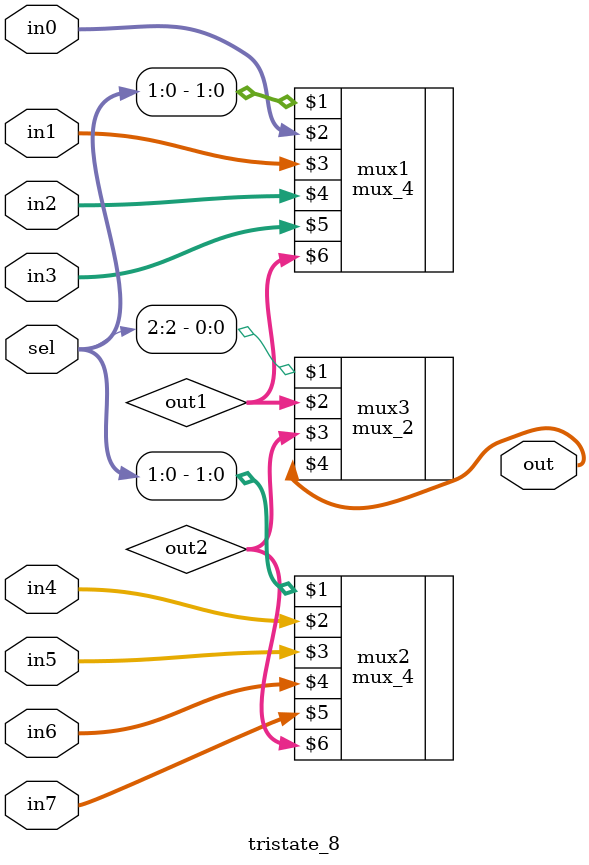
<source format=v>
module tristate_8(sel, in0, in1, in2, in3, in4, in5, in6, in7, out);
	input [2:0] sel;
	input [31:0] in0, in1, in2, in3, in4, in5, in6, in7;
	output [31:0] out;
	
	wire [31:0] out1, out2;
	mux_4 mux1(sel[1:0], in0, in1, in2, in3, out1);
	mux_4 mux2(sel[1:0], in4, in5, in6, in7, out2);
	mux_2 mux3(sel[2], out1, out2, out);

endmodule

</source>
